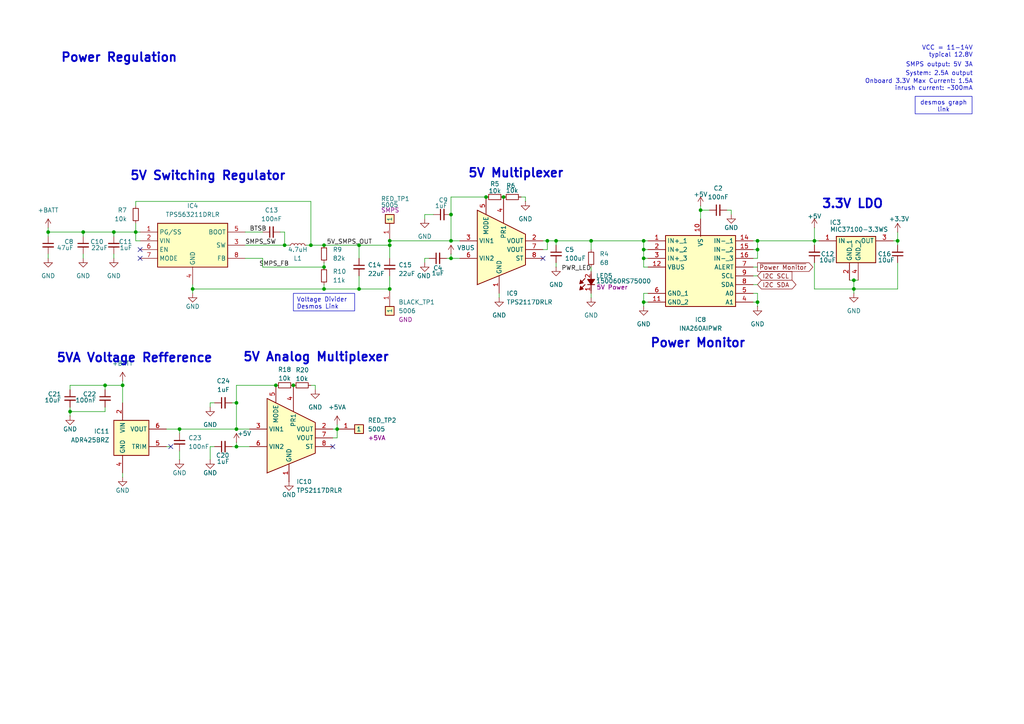
<source format=kicad_sch>
(kicad_sch (version 20250114) (generator "eeschema") (generator_version "9.0")
  (paper "A4")
  (lib_symbols
    (symbol "Device:C_Small" (pin_numbers (hide yes)) (pin_names (offset 0.254) (hide yes))
      (property "Reference" "C" (at 0.254 1.778 0))
      (property "Value" "C_Small" (at 0.254 -2.032 0))
      (symbol "C_Small_0_1"
        (polyline (pts (xy -1.524 0.508) (xy 1.524 0.508)) (stroke (width 0.3048)))
        (polyline (pts (xy -1.524 -0.508) (xy 1.524 -0.508)) (stroke (width 0.3302)))
      )
      (symbol "C_Small_1_1"
        (pin passive line (at 0 2.54 270) (length 2.032) (name "~") (number "1"))
        (pin passive line (at 0 -2.54 90) (length 2.032) (name "~") (number "2"))
      )
    )
    (symbol "Device:L_Small" (pin_numbers (hide yes)) (pin_names (offset 0.254) (hide yes))
      (property "Reference" "L" (at 0.762 1.016 0))
      (property "Value" "L_Small" (at 0.762 -1.016 0))
      (symbol "L_Small_0_1"
        (arc (start 0 2.032) (mid 0.5058 1.524) (end 0 1.016))
        (arc (start 0 1.016) (mid 0.5058 0.508) (end 0 0))
        (arc (start 0 0) (mid 0.5058 -0.508) (end 0 -1.016))
        (arc (start 0 -1.016) (mid 0.5058 -1.524) (end 0 -2.032))
      )
      (symbol "L_Small_1_1"
        (pin passive line (at 0 2.54 270) (length 0.508) (name "~") (number "1"))
        (pin passive line (at 0 -2.54 90) (length 0.508) (name "~") (number "2"))
      )
    )
    (symbol "Device:R_Small" (pin_numbers (hide yes)) (pin_names (offset 0.254) (hide yes))
      (property "Reference" "R" (at 0.762 0.508 0))
      (property "Value" "R_Small" (at 0.762 -1.016 0))
      (symbol "R_Small_0_1"
        (rectangle (start -0.762 1.778) (end 0.762 -1.778) (stroke (width 0.2032)))
      )
      (symbol "R_Small_1_1"
        (pin passive line (at 0 2.54 270) (length 0.762) (name "~") (number "1"))
        (pin passive line (at 0 -2.54 90) (length 0.762) (name "~") (number "2"))
      )
    )
    (symbol "Power_Management:TPS2117DRLR"
      (property "Reference" "IC" (at 4.826 11.43 0))
      (property "Value" "TPS2117DRLR" (at 4.826 9.398 0))
      (symbol "TPS2117DRLR_1_1"
        (polyline (pts (xy -5.08 -10.16) (xy 8.89 -4.445) (xy 8.89 4.445) (xy -5.08 11.43) (xy -5.08 -10.16)) (stroke (width 0.254)) (fill (type background)))
        (pin passive line (at -10.16 2.54 0) (length 5.08) (name "VIN1") (number "3"))
        (pin passive line (at -10.16 -2.54 0) (length 5.08) (name "VIN2") (number "6"))
        (pin passive line (at -2.54 15.24 270) (length 5.08) (name "MODE") (number "5"))
        (pin passive line (at 1.27 -12.7 90) (length 5.08) (name "GND") (number "1"))
        (pin passive line (at 2.54 15.24 270) (length 7.62) (name "PR1") (number "4"))
        (pin passive line (at 13.97 2.54 180) (length 5.08) (name "VOUT") (number "2"))
        (pin passive line (at 13.97 0 180) (length 5.08) (name "VOUT") (number "7"))
        (pin passive line (at 13.97 -2.54 180) (length 5.08) (name "ST") (number "8"))
      )
    )
    (symbol "SDM_LED:150060RS75000" (pin_names (hide yes))
      (property "Reference" "LED" (at 0 8.636 0))
      (property "Value" "150060RS75000" (at 0 6.604 0))
      (property "Measure" "Measure" (at 4.064 5.588 0))
      (symbol "150060RS75000_1_1"
        (polyline (pts (xy 0.762 0) (xy 3.302 0)) (stroke (width 0.254)))
        (polyline (pts (xy 2.032 3.048) (xy 1.27 2.286) (xy 1.016 3.302) (xy 2.032 3.048)) (stroke (width 0.254)) (fill (type outline)))
        (polyline (pts (xy 2.54 1.778) (xy 1.778 2.54)) (stroke (width 0.254)))
        (polyline (pts (xy 2.54 1.016) (xy 2.54 -1.016)) (stroke (width 0.254)))
        (polyline (pts (xy 2.54 0) (xy 4.064 1.016) (xy 4.064 -1.016) (xy 2.54 0)) (stroke (width 0.254)) (fill (type outline)))
        (polyline (pts (xy 3.048 0) (xy 5.588 0)) (stroke (width 0.254)))
        (polyline (pts (xy 3.81 3.048) (xy 3.048 2.286) (xy 2.794 3.302) (xy 3.81 3.048)) (stroke (width 0.254)) (fill (type outline)))
        (polyline (pts (xy 4.318 1.778) (xy 3.556 2.54)) (stroke (width 0.254)))
        (pin passive line (at 0 0 0) (length 2.54) (name "K") (number "1"))
        (pin passive line (at 6.35 0 180) (length 2.54) (name "A") (number "2"))
      )
    )
    (symbol "SDM_POWER_MANAGEMENT:ADR425BRZ"
      (property "Reference" "IC" (at 26.67 7.62 0))
      (property "Value" "ADR425BRZ" (at 26.67 5.08 0))
      (symbol "ADR425BRZ_1_1"
        (rectangle (start 5.08 2.54) (end 15.24 -7.62) (stroke (width 0.254)) (fill (type background)))
        (pin no_connect line (at 0 0 0) (length 5.08) (hide yes) (name "TP_1") (number "1"))
        (pin no_connect line (at 0 -5.08 0) (length 5.08) (hide yes) (name "NIC_1") (number "3"))
        (pin passive line (at 7.62 7.62 270) (length 5.08) (name "VIN") (number "2"))
        (pin passive line (at 7.62 -12.7 90) (length 5.08) (name "GND") (number "4"))
        (pin passive line (at 20.32 0 180) (length 5.08) (name "VOUT") (number "6"))
        (pin no_connect line (at 20.32 0 180) (length 5.08) (hide yes) (name "TP_2") (number "8"))
        (pin no_connect line (at 20.32 -2.54 180) (length 5.08) (hide yes) (name "NIC_2") (number "7"))
        (pin passive line (at 20.32 -5.08 180) (length 5.08) (name "TRIM") (number "5"))
      )
    )
    (symbol "SDM_SENSOR:INA260AIPWR"
      (property "Reference" "IC" (at 26.67 7.62 0))
      (property "Value" "INA260AIPWR" (at 26.67 5.08 0))
      (symbol "INA260AIPWR_1_1"
        (rectangle (start 5.08 1.524) (end 25.4 -19.05) (stroke (width 0.254)) (fill (type background)))
        (pin passive line (at 0 0 0) (length 5.08) (name "IN+_1") (number "1"))
        (pin passive line (at 0 -2.54 0) (length 5.08) (name "IN+_2") (number "2"))
        (pin passive line (at 0 -5.08 0) (length 5.08) (name "IN+_3") (number "3"))
        (pin passive line (at 0 -7.62 0) (length 5.08) (name "VBUS") (number "12"))
        (pin passive line (at 0 -15.24 0) (length 5.08) (name "GND_1") (number "6"))
        (pin passive line (at 0 -17.78 0) (length 5.08) (name "GND_2") (number "11"))
        (pin passive line (at 15.24 6.35 270) (length 5.08) (name "VS") (number "10"))
        (pin passive line (at 30.48 0 180) (length 5.08) (name "IN-_1") (number "14"))
        (pin passive line (at 30.48 -2.54 180) (length 5.08) (name "IN-_2") (number "15"))
        (pin passive line (at 30.48 -5.08 180) (length 5.08) (name "IN-_3") (number "16"))
        (pin passive line (at 30.48 -7.62 180) (length 5.08) (name "ALERT") (number "7"))
        (pin passive line (at 30.48 -10.16 180) (length 5.08) (name "SCL") (number "9"))
        (pin passive line (at 30.48 -12.7 180) (length 5.08) (name "SDA") (number "8"))
        (pin passive line (at 30.48 -15.24 180) (length 5.08) (name "A0") (number "5"))
        (pin passive line (at 30.48 -17.78 180) (length 5.08) (name "A1") (number "4"))
        (pin no_connect line (at 48.26 -6.35 180) (length 5.08) (hide yes) (name "NC") (number "13"))
      )
    )
    (symbol "SDM_TESTPOINT:5005"
      (property "Reference" "RED_TP" (at 16.51 7.62 0))
      (property "Value" "5005" (at 16.51 5.08 0))
      (property "Measure" "Measure" (at 20.574 2.54 0))
      (symbol "5005_1_1"
        (rectangle (start 5.08 1.27) (end 7.62 -1.27) (stroke (width 0.254)) (fill (type background)))
        (pin passive line (at 0 0 0) (length 5.08) (name "1") (number "1"))
      )
    )
    (symbol "SDM_TESTPOINT:5006"
      (property "Reference" "BLACK_TP" (at 16.51 7.62 0))
      (property "Value" "5006" (at 16.51 5.08 0))
      (property "Measure" "Measure" (at 20.574 2.54 0))
      (symbol "5006_1_1"
        (rectangle (start 5.08 1.27) (end 7.62 -1.27) (stroke (width 0.254)) (fill (type background)))
        (pin passive line (at 0 0 0) (length 5.08) (name "1") (number "1"))
      )
    )
    (symbol "SDM_VOLTAGE_REGULATORS:MIC37100-3.3WS"
      (property "Reference" "IC" (at 26.67 7.62 0))
      (property "Value" "MIC37100-3.3WS" (at 26.67 5.08 0))
      (symbol "MIC37100-3.3WS_1_1"
        (rectangle (start 5.08 2.54) (end 16.51 -5.08) (stroke (width 0.254)) (fill (type background)))
        (pin passive line (at 0 1.27 0) (length 5.08) (name "IN") (number "1"))
        (pin passive line (at 8.89 -10.16 90) (length 5.08) (name "GND_1") (number "2"))
        (pin passive line (at 11.43 -10.16 90) (length 5.08) (name "GND_2") (number "4"))
        (pin passive line (at 21.59 1.27 180) (length 5.08) (name "OUT") (number "3"))
      )
    )
    (symbol "SDM_VOLTAGE_REGULATORS:TPS563211DRLR"
      (property "Reference" "IC" (at 26.67 7.62 0))
      (property "Value" "TPS563211DRLR" (at 26.67 5.08 0))
      (symbol "TPS563211DRLR_1_1"
        (rectangle (start 5.08 2.54) (end 25.4 -10.16) (stroke (width 0.254)) (fill (type background)))
        (pin passive line (at 0 0 0) (length 5.08) (name "PG/SS") (number "1"))
        (pin passive line (at 0 -2.54 0) (length 5.08) (name "VIN") (number "2"))
        (pin passive line (at 0 -5.08 0) (length 5.08) (name "EN") (number "6"))
        (pin passive line (at 0 -7.62 0) (length 5.08) (name "MODE") (number "7"))
        (pin passive line (at 15.24 -15.24 90) (length 5.08) (name "GND") (number "4"))
        (pin passive line (at 30.48 0 180) (length 5.08) (name "BOOT") (number "5"))
        (pin passive line (at 30.48 -3.81 180) (length 5.08) (name "SW") (number "3"))
        (pin passive line (at 30.48 -7.62 180) (length 5.08) (name "FB") (number "8"))
      )
    )
    (symbol "power:+3.3V" (power) (pin_numbers (hide yes)) (pin_names (offset 0) (hide yes))
      (property "Value" "+3.3V" (at 0 3.556 0))
      (symbol "+3.3V_0_1"
        (polyline (pts (xy -0.762 1.27) (xy 0 2.54)))
        (polyline (pts (xy 0 2.54) (xy 0.762 1.27)))
        (polyline (pts (xy 0 0) (xy 0 2.54)))
      )
      (symbol "+3.3V_1_1"
        (pin power_in line (at 0 0 90) (length 0) (name "~") (number "1"))
      )
    )
    (symbol "power:+5V" (power) (pin_numbers (hide yes)) (pin_names (offset 0) (hide yes))
      (property "Value" "+5V" (at 0 3.556 0))
      (symbol "+5V_0_1"
        (polyline (pts (xy -0.762 1.27) (xy 0 2.54)))
        (polyline (pts (xy 0 2.54) (xy 0.762 1.27)))
        (polyline (pts (xy 0 0) (xy 0 2.54)))
      )
      (symbol "+5V_1_1"
        (pin power_in line (at 0 0 90) (length 0) (name "~") (number "1"))
      )
    )
    (symbol "power:+5VA" (power) (pin_names (offset 0))
      (property "Value" "+5VA" (at 0 3.556 0))
      (symbol "+5VA_0_1"
        (polyline (pts (xy -0.762 1.27) (xy 0 2.54)))
        (polyline (pts (xy 0 2.54) (xy 0.762 1.27)))
        (polyline (pts (xy 0 0) (xy 0 2.54)))
      )
      (symbol "+5VA_1_1"
        (pin power_in line (at 0 0 90) (length 0) (hide yes) (name "+5VA") (number "1"))
      )
    )
    (symbol "power:+BATT" (power) (pin_numbers (hide yes)) (pin_names (offset 0) (hide yes))
      (property "Value" "+BATT" (at 0 3.556 0))
      (symbol "+BATT_0_1"
        (polyline (pts (xy -0.762 1.27) (xy 0 2.54)))
        (polyline (pts (xy 0 2.54) (xy 0.762 1.27)))
        (polyline (pts (xy 0 0) (xy 0 2.54)))
      )
      (symbol "+BATT_1_1"
        (pin power_in line (at 0 0 90) (length 0) (name "~") (number "1"))
      )
    )
    (symbol "power:GND" (power) (pin_numbers (hide yes)) (pin_names (offset 0) (hide yes))
      (property "Value" "GND" (at 0 -3.81 0))
      (symbol "GND_0_1"
        (polyline (pts (xy 0 0) (xy 0 -1.27) (xy 1.27 -1.27) (xy 0 -2.54) (xy -1.27 -1.27) (xy 0 -1.27)))
      )
      (symbol "GND_1_1"
        (pin power_in line (at 0 0 270) (length 0) (name "~") (number "1"))
      )
    )
    (symbol "power:VBUS" (power) (pin_numbers (hide yes)) (pin_names (offset 0) (hide yes))
      (property "Value" "VBUS" (at 0 3.556 0))
      (symbol "VBUS_0_1"
        (polyline (pts (xy -0.762 1.27) (xy 0 2.54)))
        (polyline (pts (xy 0 2.54) (xy 0.762 1.27)))
        (polyline (pts (xy 0 0) (xy 0 2.54)))
      )
      (symbol "VBUS_1_1"
        (pin power_in line (at 0 0 90) (length 0) (name "~") (number "1"))
      )
    )
  )
  (text "5V Switching Regulator" (at 37.592 52.578 0) (effects (font (size 2.54 2.54) (thickness 0.512) (bold yes)) (justify left bottom)))
  (text "Onboard 3.3V Max Current: 1.5A" (at 282.194 24.384 0) (effects (font (size 1.27 1.27)) (justify right bottom)))
  (text "System: 2.5A output" (at 282.194 22.098 0) (effects (font (size 1.27 1.27)) (justify right bottom)))
  (text "5VA Voltage Refference " (at 16.256 105.41 0) (effects (font (size 2.54 2.54) (thickness 0.512) (bold yes)) (justify left bottom)))
  (text "Power Monitor" (at 188.468 101.092 0) (effects (font (size 2.54 2.54) (thickness 0.512) (bold yes)) (justify left bottom)))
  (text "SMPS output: 5V 3A" (at 282.194 19.558 0) (effects (font (size 1.27 1.27)) (justify right bottom)))
  (text "5V Multiplexer" (at 135.636 51.816 0) (effects (font (size 2.54 2.54) (thickness 0.512) (bold yes)) (justify left bottom)))
  (text "Power Regulation" (at 17.526 18.288 0) (effects (font (size 2.54 2.54) (thickness 0.512) (bold yes)) (justify left bottom)))
  (text "3.3V LDO" (at 238.252 60.706 0) (effects (font (size 2.54 2.54) (thickness 0.512) (bold yes)) (justify left bottom)))
  (text "VCC = 11-14V\ntypical 12.8V" (at 282.194 16.764 0) (effects (font (size 1.27 1.27)) (justify right bottom)))
  (text "5V Analog Multiplexer" (at 70.358 105.156 0) (effects (font (size 2.54 2.54) (thickness 0.512) (bold yes)) (justify left bottom)))
  (text "inrush current: ~300mA" (at 282.194 26.416 0) (effects (font (size 1.27 1.27)) (justify right bottom)))
  (text_box "desmos graph link" (at 265.43 27.94 0) (size 16.51 5.08) (margins 0.9525 0.9525 0.9525 0.9525) (effects (font (size 1.27 1.27)) (justify top)))
  (text_box "Voltage Divider Desmos Link" (at 85.09 85.09 0) (size 17.78 5.08) (margins 0.9525 0.9525 0.9525 0.9525) (effects (font (size 1.27 1.27)) (justify left top)))
  (junction (at 13.97 67.31))
  (junction (at 80.01 111.76))
  (junction (at 113.03 69.85))
  (junction (at 93.98 83.82))
  (junction (at 52.07 124.46))
  (junction (at 247.65 81.28))
  (junction (at 20.32 119.38))
  (junction (at 219.71 72.39))
  (junction (at 146.05 57.15))
  (junction (at 186.69 74.93))
  (junction (at 219.71 87.63))
  (junction (at 39.37 67.31))
  (junction (at 140.97 57.15))
  (junction (at 247.65 83.82))
  (junction (at 33.02 67.31))
  (junction (at 68.58 124.46))
  (junction (at 113.03 71.12))
  (junction (at 161.29 69.85))
  (junction (at 30.48 111.76))
  (junction (at 186.69 87.63))
  (junction (at 85.09 111.76))
  (junction (at 130.81 62.23))
  (junction (at 130.81 69.85))
  (junction (at 68.58 116.84))
  (junction (at 82.55 71.12))
  (junction (at 97.79 124.46))
  (junction (at 130.81 74.93))
  (junction (at 104.14 83.82))
  (junction (at 104.14 71.12))
  (junction (at 35.56 111.76))
  (junction (at 260.35 69.85))
  (junction (at 93.98 71.12))
  (junction (at 24.13 67.31))
  (junction (at 55.88 83.82))
  (junction (at 236.22 69.85))
  (junction (at 68.58 129.54))
  (junction (at 186.69 69.85))
  (junction (at 93.98 77.47))
  (junction (at 90.17 71.12))
  (junction (at 186.69 72.39))
  (junction (at 203.2 60.96))
  (junction (at 113.03 83.82))
  (junction (at 219.71 69.85))
  (junction (at 158.75 69.85))
  (junction (at 171.45 69.85))
  (no_connect (at 40.64 72.39))
  (no_connect (at 49.53 129.54))
  (no_connect (at 96.52 129.54))
  (no_connect (at 157.48 74.93))
  (no_connect (at 40.64 74.93))
  (wire (pts (xy 203.2 59.69) (xy 203.2 60.96)))
  (wire (pts (xy 152.4 57.15) (xy 151.13 57.15)))
  (wire (pts (xy 97.79 127) (xy 97.79 124.46)))
  (wire (pts (xy 49.53 129.54) (xy 48.26 129.54)))
  (wire (pts (xy 68.58 129.54) (xy 72.39 129.54)))
  (wire (pts (xy 123.19 76.2) (xy 123.19 74.93)))
  (wire (pts (xy 71.12 71.12) (xy 82.55 71.12)))
  (wire (pts (xy 33.02 73.66) (xy 33.02 74.93)))
  (wire (pts (xy 247.65 83.82) (xy 260.35 83.82)))
  (wire (pts (xy 52.07 130.81) (xy 52.07 133.35)))
  (wire (pts (xy 186.69 69.85) (xy 187.96 69.85)))
  (wire (pts (xy 35.56 137.16) (xy 35.56 138.43)))
  (wire (pts (xy 186.69 74.93) (xy 187.96 74.93)))
  (wire (pts (xy 157.48 72.39) (xy 158.75 72.39)))
  (wire (pts (xy 90.17 71.12) (xy 93.98 71.12)))
  (wire (pts (xy 247.65 81.28) (xy 248.92 81.28)))
  (wire (pts (xy 104.14 71.12) (xy 104.14 74.93)))
  (wire (pts (xy 20.32 118.11) (xy 20.32 119.38)))
  (wire (pts (xy 55.88 83.82) (xy 93.98 83.82)))
  (wire (pts (xy 35.56 110.49) (xy 35.56 111.76)))
  (wire (pts (xy 82.55 67.31) (xy 82.55 71.12)))
  (wire (pts (xy 93.98 82.55) (xy 93.98 83.82)))
  (wire (pts (xy 13.97 66.04) (xy 13.97 67.31)))
  (wire (pts (xy 129.54 74.93) (xy 130.81 74.93)))
  (wire (pts (xy 130.81 69.85) (xy 133.35 69.85)))
  (wire (pts (xy 20.32 111.76) (xy 30.48 111.76)))
  (wire (pts (xy 104.14 83.82) (xy 113.03 83.82)))
  (wire (pts (xy 236.22 83.82) (xy 247.65 83.82)))
  (wire (pts (xy 76.2 77.47) (xy 76.2 74.93)))
  (wire (pts (xy 33.02 67.31) (xy 33.02 68.58)))
  (wire (pts (xy 39.37 58.42) (xy 90.17 58.42)))
  (wire (pts (xy 247.65 83.82) (xy 247.65 85.09)))
  (wire (pts (xy 60.96 129.54) (xy 62.23 129.54)))
  (wire (pts (xy 68.58 116.84) (xy 68.58 111.76)))
  (wire (pts (xy 24.13 73.66) (xy 24.13 74.93)))
  (wire (pts (xy 186.69 74.93) (xy 186.69 77.47)))
  (wire (pts (xy 219.71 74.93) (xy 219.71 72.39)))
  (wire (pts (xy 71.12 67.31) (xy 76.2 67.31)))
  (wire (pts (xy 93.98 83.82) (xy 104.14 83.82)))
  (wire (pts (xy 20.32 119.38) (xy 20.32 120.65)))
  (wire (pts (xy 68.58 124.46) (xy 72.39 124.46)))
  (wire (pts (xy 96.52 127) (xy 97.79 127)))
  (wire (pts (xy 90.17 58.42) (xy 90.17 71.12)))
  (wire (pts (xy 218.44 87.63) (xy 219.71 87.63)))
  (wire (pts (xy 210.82 60.96) (xy 212.09 60.96)))
  (wire (pts (xy 218.44 82.55) (xy 219.71 82.55)))
  (wire (pts (xy 113.03 71.12) (xy 113.03 69.85)))
  (wire (pts (xy 113.03 69.85) (xy 130.81 69.85)))
  (wire (pts (xy 30.48 119.38) (xy 20.32 119.38)))
  (wire (pts (xy 123.19 62.23) (xy 125.73 62.23)))
  (wire (pts (xy 60.96 116.84) (xy 60.96 118.11)))
  (wire (pts (xy 186.69 77.47) (xy 187.96 77.47)))
  (wire (pts (xy 186.69 72.39) (xy 186.69 74.93)))
  (wire (pts (xy 39.37 69.85) (xy 40.64 69.85)))
  (wire (pts (xy 171.45 77.47) (xy 171.45 78.74)))
  (wire (pts (xy 60.96 133.35) (xy 60.96 129.54)))
  (wire (pts (xy 30.48 111.76) (xy 35.56 111.76)))
  (wire (pts (xy 91.44 111.76) (xy 90.17 111.76)))
  (wire (pts (xy 91.44 113.03) (xy 91.44 111.76)))
  (wire (pts (xy 186.69 87.63) (xy 187.96 87.63)))
  (wire (pts (xy 219.71 87.63) (xy 219.71 88.9)))
  (wire (pts (xy 39.37 64.77) (xy 39.37 67.31)))
  (wire (pts (xy 186.69 72.39) (xy 187.96 72.39)))
  (wire (pts (xy 218.44 80.01) (xy 219.71 80.01)))
  (wire (pts (xy 186.69 69.85) (xy 186.69 72.39)))
  (wire (pts (xy 247.65 81.28) (xy 247.65 83.82)))
  (wire (pts (xy 186.69 87.63) (xy 186.69 85.09)))
  (wire (pts (xy 218.44 74.93) (xy 219.71 74.93)))
  (wire (pts (xy 52.07 124.46) (xy 68.58 124.46)))
  (wire (pts (xy 219.71 72.39) (xy 219.71 69.85)))
  (wire (pts (xy 246.38 81.28) (xy 247.65 81.28)))
  (wire (pts (xy 24.13 67.31) (xy 24.13 68.58)))
  (wire (pts (xy 260.35 69.85) (xy 260.35 71.12)))
  (wire (pts (xy 186.69 85.09) (xy 187.96 85.09)))
  (wire (pts (xy 236.22 66.04) (xy 236.22 69.85)))
  (wire (pts (xy 104.14 80.01) (xy 104.14 83.82)))
  (wire (pts (xy 30.48 118.11) (xy 30.48 119.38)))
  (wire (pts (xy 219.71 69.85) (xy 236.22 69.85)))
  (wire (pts (xy 68.58 128.27) (xy 68.58 129.54)))
  (wire (pts (xy 104.14 71.12) (xy 113.03 71.12)))
  (wire (pts (xy 219.71 85.09) (xy 219.71 87.63)))
  (wire (pts (xy 218.44 69.85) (xy 219.71 69.85)))
  (wire (pts (xy 39.37 58.42) (xy 39.37 59.69)))
  (wire (pts (xy 123.19 63.5) (xy 123.19 62.23)))
  (wire (pts (xy 130.81 74.93) (xy 133.35 74.93)))
  (wire (pts (xy 161.29 76.2) (xy 161.29 77.47)))
  (wire (pts (xy 212.09 60.96) (xy 212.09 62.23)))
  (wire (pts (xy 30.48 113.03) (xy 30.48 111.76)))
  (wire (pts (xy 171.45 85.09) (xy 171.45 86.36)))
  (wire (pts (xy 236.22 83.82) (xy 236.22 76.2)))
  (wire (pts (xy 35.56 111.76) (xy 35.56 116.84)))
  (wire (pts (xy 55.88 83.82) (xy 55.88 82.55)))
  (wire (pts (xy 130.81 74.93) (xy 130.81 73.66)))
  (wire (pts (xy 20.32 113.03) (xy 20.32 111.76)))
  (wire (pts (xy 76.2 74.93) (xy 71.12 74.93)))
  (wire (pts (xy 260.35 69.85) (xy 260.35 67.31)))
  (wire (pts (xy 203.2 60.96) (xy 205.74 60.96)))
  (wire (pts (xy 113.03 71.12) (xy 113.03 74.93)))
  (wire (pts (xy 158.75 69.85) (xy 161.29 69.85)))
  (wire (pts (xy 93.98 76.2) (xy 93.98 77.47)))
  (wire (pts (xy 52.07 124.46) (xy 52.07 125.73)))
  (wire (pts (xy 39.37 67.31) (xy 39.37 69.85)))
  (wire (pts (xy 144.78 85.09) (xy 144.78 86.36)))
  (wire (pts (xy 218.44 85.09) (xy 219.71 85.09)))
  (wire (pts (xy 67.31 116.84) (xy 68.58 116.84)))
  (wire (pts (xy 186.69 88.9) (xy 186.69 87.63)))
  (wire (pts (xy 161.29 69.85) (xy 161.29 71.12)))
  (wire (pts (xy 218.44 77.47) (xy 219.71 77.47)))
  (wire (pts (xy 68.58 116.84) (xy 68.58 124.46)))
  (wire (pts (xy 171.45 69.85) (xy 186.69 69.85)))
  (wire (pts (xy 260.35 76.2) (xy 260.35 83.82)))
  (wire (pts (xy 161.29 69.85) (xy 171.45 69.85)))
  (wire (pts (xy 13.97 73.66) (xy 13.97 74.93)))
  (wire (pts (xy 96.52 124.46) (xy 97.79 124.46)))
  (wire (pts (xy 158.75 72.39) (xy 158.75 69.85)))
  (wire (pts (xy 152.4 58.42) (xy 152.4 57.15)))
  (wire (pts (xy 236.22 69.85) (xy 236.22 71.12)))
  (wire (pts (xy 157.48 69.85) (xy 158.75 69.85)))
  (wire (pts (xy 24.13 67.31) (xy 33.02 67.31)))
  (wire (pts (xy 171.45 69.85) (xy 171.45 72.39)))
  (wire (pts (xy 33.02 67.31) (xy 39.37 67.31)))
  (wire (pts (xy 68.58 111.76) (xy 80.01 111.76)))
  (wire (pts (xy 48.26 124.46) (xy 52.07 124.46)))
  (wire (pts (xy 123.19 74.93) (xy 124.46 74.93)))
  (wire (pts (xy 93.98 77.47) (xy 76.2 77.47)))
  (wire (pts (xy 203.2 60.96) (xy 203.2 63.5)))
  (wire (pts (xy 113.03 80.01) (xy 113.03 83.82)))
  (wire (pts (xy 218.44 72.39) (xy 219.71 72.39)))
  (wire (pts (xy 130.81 57.15) (xy 140.97 57.15)))
  (wire (pts (xy 40.64 67.31) (xy 39.37 67.31)))
  (wire (pts (xy 97.79 124.46) (xy 97.79 123.19)))
  (wire (pts (xy 130.81 62.23) (xy 130.81 69.85)))
  (wire (pts (xy 82.55 71.12) (xy 83.82 71.12)))
  (wire (pts (xy 82.55 67.31) (xy 81.28 67.31)))
  (wire (pts (xy 236.22 69.85) (xy 237.49 69.85)))
  (wire (pts (xy 13.97 67.31) (xy 24.13 67.31)))
  (wire (pts (xy 130.81 62.23) (xy 130.81 57.15)))
  (wire (pts (xy 13.97 67.31) (xy 13.97 68.58)))
  (wire (pts (xy 260.35 69.85) (xy 259.08 69.85)))
  (wire (pts (xy 93.98 71.12) (xy 104.14 71.12)))
  (wire (pts (xy 67.31 129.54) (xy 68.58 129.54)))
  (wire (pts (xy 60.96 116.84) (xy 62.23 116.84)))
  (wire (pts (xy 55.88 85.09) (xy 55.88 83.82)))
  (wire (pts (xy 88.9 71.12) (xy 90.17 71.12)))
  (label "SMPS_FB" (at 83.82 77.47 180))
  (label "BTSB" (at 72.39 67.31 0))
  (label "5V_SMPS_OUT" (at 107.95 71.12 180))
  (label "SMPS_SW" (at 71.12 71.12 0))
  (label "PWR_LED" (at 171.45 78.74 180))
  (global_label "~{Power Monitor}" (shape output) (at 219.71 77.47 0) (property "Intersheetrefs" "${INTERSHEET_REFS}" (effects (hide yes))))
  (global_label "I2C SCL" (shape input) (at 219.71 80.01 0) (property "Intersheetrefs" "${INTERSHEET_REFS}" (effects (hide yes))))
  (global_label "I2C SDA" (shape bidirectional) (at 219.71 82.55 0) (property "Intersheetrefs" "${INTERSHEET_REFS}" (effects (hide yes))))
  (symbol (lib_id "power:GND") (at 60.96 118.11 0) (unit 1)
    (property "Reference" "#PWR097" (effects (hide yes)))
    (property "Value" "GND" (at 60.96 123.19 0))
    (property "Description" "Power symbol creates a global label with name \"GND\" , ground" (effects (hide yes)))
  )
  (symbol (lib_id "power:GND") (at 123.19 63.5 0) (unit 1)
    (property "Reference" "#PWR095" (effects (hide yes)))
    (property "Value" "GND" (at 123.19 68.58 0))
    (property "Description" "Power symbol creates a global label with name \"GND\" , ground" (effects (hide yes)))
  )
  (symbol (lib_id "power:+5V") (at 236.22 66.04 0) (unit 1)
    (property "Reference" "#PWR09" (effects (hide yes)))
    (property "Value" "+5V" (at 236.22 62.738 0))
    (property "Description" "Power symbol creates a global label with name \"+5V\"" (effects (hide yes)))
  )
  (symbol (lib_id "power:GND") (at 20.32 120.65 0) (unit 1)
    (property "Reference" "#PWR035" (effects (hide yes)))
    (property "Value" "GND" (at 20.32 124.46 0))
  )
  (symbol (lib_id "Device:C_Small") (at 208.28 60.96 90) (unit 1)
    (property "Reference" "C2" (at 208.2863 54.61 90))
    (property "Value" "100nF" (at 208.2863 57.15 90))
    (property "Footprint" "Capacitor_SMD:C_0603_1608Metric" (effects (hide yes)))
  )
  (symbol (lib_id "power:GND") (at 161.29 77.47 0) (unit 1)
    (property "Reference" "#PWR087" (effects (hide yes)))
    (property "Value" "GND" (at 161.29 82.55 0))
    (property "Description" "Power symbol creates a global label with name \"GND\" , ground" (effects (hide yes)))
  )
  (symbol (lib_id "Device:R_Small") (at 82.55 111.76 90) (mirror x) (unit 1)
    (property "Reference" "R18" (at 82.55 107.188 90))
    (property "Value" "10k" (at 82.55 109.728 90))
    (property "Footprint" "Resistor_SMD:R_0603_1608Metric" (effects (hide yes)))
  )
  (symbol (lib_id "power:GND") (at 186.69 88.9 0) (unit 1)
    (property "Reference" "#PWR030" (effects (hide yes)))
    (property "Value" "GND" (at 186.69 93.98 0))
    (property "Description" "Power symbol creates a global label with name \"GND\" , ground" (effects (hide yes)))
  )
  (symbol (lib_id "SDM_VOLTAGE_REGULATORS:TPS563211DRLR") (at 40.64 67.31 0) (unit 1)
    (property "Reference" "IC4" (at 55.88 59.69 0))
    (property "Value" "TPS563211DRLR" (at 55.88 62.23 0))
    (property "Footprint" "SDM_MiscFootprint:SOTFL50P160X60-8N" (effects (hide yes)))
    (property "Datasheet" "https://www.ti.com/lit/ds/symlink/tps563211.pdf?ts=1645757213422" (effects (hide yes)))
    (property "Description" "Switching Voltage Regulators 4.2-V to 18-V, 3-A, synchronous buck converter with 1% accuracy, PG/SS and PFM/forced-PWM in SOT583" (effects (hide yes)))
    (property "Height" "0.6" (effects (hide yes)))
    (property "Mouser Part Number" "595-TPS563211DRLR" (effects (hide yes)))
    (property "Mouser Price/Stock" "https://www.mouser.co.uk/ProductDetail/Texas-Instruments/TPS563211DRLR?qs=QNEnbhJQKvZPf9yhsNn8pg%3D%3D" (effects (hide yes)))
    (property "Manufacturer_Name" "Texas Instruments" (effects (hide yes)))
    (property "Manufacturer_Part_Number" "TPS563211DRLR" (effects (hide yes)))
  )
  (symbol (lib_id "SDM_VOLTAGE_REGULATORS:MIC37100-3.3WS") (at 237.49 71.12 0) (unit 1)
    (property "Reference" "IC3" (at 242.316 64.516 0))
    (property "Value" "MIC37100-3.3WS" (at 249.174 66.548 0))
    (property "Footprint" "SDM_MiscFootprint:SOT230P700X180-4N" (effects (hide yes)))
    (property "Datasheet" "https://datasheet.datasheetarchive.com/originals/dk/DKDS-15/281099.pdf" (effects (hide yes)))
    (property "Description" "LDO Voltage Regulators 1.0A Low Voltage uCap LDO Regulator" (effects (hide yes)))
    (property "Height" "1.8" (effects (hide yes)))
    (property "Mouser Part Number" "998-MIC37100-3.3WS" (effects (hide yes)))
    (property "Mouser Price/Stock" "https://www.mouser.co.uk/ProductDetail/Microchip-Technology/MIC37100-3.3WS?qs=kh6iOki%2FeLGN%252BjivEzt6Eg%3D%3D" (effects (hide yes)))
    (property "Manufacturer_Name" "Microchip" (effects (hide yes)))
    (property "Manufacturer_Part_Number" "MIC37100-3.3WS" (effects (hide yes)))
  )
  (symbol (lib_id "power:+BATT") (at 35.56 110.49 0) (unit 1)
    (property "Reference" "#PWR010" (effects (hide yes)))
    (property "Value" "+BATT" (at 35.56 105.41 0))
    (property "Description" "Power symbol creates a global label with name \"+BATT\"" (effects (hide yes)))
  )
  (symbol (lib_id "power:GND") (at 219.71 88.9 0) (unit 1)
    (property "Reference" "#PWR011" (effects (hide yes)))
    (property "Value" "GND" (at 219.71 93.98 0))
    (property "Description" "Power symbol creates a global label with name \"GND\" , ground" (effects (hide yes)))
  )
  (symbol (lib_id "power:GND") (at 152.4 58.42 0) (unit 1)
    (property "Reference" "#PWR086" (effects (hide yes)))
    (property "Value" "GND" (at 152.4 63.5 0))
    (property "Description" "Power symbol creates a global label with name \"GND\" , ground" (effects (hide yes)))
  )
  (symbol (lib_id "SDM_SENSOR:INA260AIPWR") (at 187.96 69.85 0) (unit 1)
    (property "Reference" "IC8" (at 203.2 92.71 0))
    (property "Value" "INA260AIPWR" (at 203.2 95.25 0))
    (property "Footprint" "SOP65P640X120-16L" (effects (hide yes)))
    (property "Datasheet" "http://www.ti.com/lit/gpn/INA260" (effects (hide yes)))
    (property "Description" "36V, Bi-Dir, High Accuracy, Low-/High-Side, I2C Current/Pwr Monitor w/Integrated 2m Shunt Resistor" (effects (hide yes)))
    (property "Height" "1.2" (effects (hide yes)))
    (property "Mouser Part Number" "595-INA260AIPWR" (effects (hide yes)))
    (property "Mouser Price/Stock" "https://www.mouser.co.uk/ProductDetail/Texas-Instruments/INA260AIPWR?qs=vcbl%252BK4rRldNzXQDYx03SQ%3D%3D" (effects (hide yes)))
    (property "Manufacturer_Name" "Texas Instruments" (effects (hide yes)))
    (property "Manufacturer_Part_Number" "INA260AIPWR" (effects (hide yes)))
  )
  (symbol (lib_id "power:VBUS") (at 130.81 73.66 0) (unit 1)
    (property "Reference" "#PWR07" (effects (hide yes)))
    (property "Value" "VBUS" (at 135.128 71.882 0))
    (property "Description" "Power symbol creates a global label with name \"VBUS\"" (effects (hide yes)))
  )
  (symbol (lib_id "power:GND") (at 35.56 138.43 0) (unit 1)
    (property "Reference" "#PWR044" (effects (hide yes)))
    (property "Value" "GND" (at 35.56 142.24 0))
  )
  (symbol (lib_id "Device:R_Small") (at 39.37 62.23 0) (mirror x) (unit 1)
    (property "Reference" "R7" (at 36.83 60.9599 0) (effects (justify right)))
    (property "Value" "10k" (at 36.83 63.4999 0) (effects (justify right)))
    (property "Footprint" "Resistor_SMD:R_0603_1608Metric" (effects (hide yes)))
  )
  (symbol (lib_id "power:GND") (at 171.45 86.36 0) (unit 1)
    (property "Reference" "#PWR017" (effects (hide yes)))
    (property "Value" "GND" (at 171.45 91.44 0))
    (property "Description" "Power symbol creates a global label with name \"GND\" , ground" (effects (hide yes)))
  )
  (symbol (lib_id "Device:R_Small") (at 87.63 111.76 90) (unit 1)
    (property "Reference" "R20" (at 85.725 107.315 90) (effects (justify right)))
    (property "Value" "10k" (at 85.725 109.855 90) (effects (justify right)))
    (property "Footprint" "Resistor_SMD:R_0603_1608Metric" (effects (hide yes)))
  )
  (symbol (lib_id "Device:C_Small") (at 52.07 128.27 0) (unit 1)
    (property "Reference" "C23" (at 54.61 127.0062 0) (effects (justify left)))
    (property "Value" "100nF" (at 54.61 129.5462 0) (effects (justify left)))
    (property "Footprint" "Capacitor_SMD:C_0603_1608Metric" (effects (hide yes)))
  )
  (symbol (lib_id "Power_Management:TPS2117DRLR") (at 143.51 72.39 0) (unit 1)
    (property "Reference" "IC9" (at 146.9233 85.09 0) (effects (justify left)))
    (property "Value" "TPS2117DRLR" (at 146.9233 87.63 0) (effects (justify left)))
    (property "Footprint" "SDM_MiscFootprint:SOTFL50P160X60-8L" (effects (hide yes)))
    (property "Datasheet" "https://www.ti.com/lit/gpn/tps2117" (effects (hide yes)))
    (property "Height" "0.6" (effects (hide yes)))
    (property "Mouser Part Number" "595-TPS2117DRLR" (effects (hide yes)))
    (property "Mouser Price/Stock" "https://mou.sr/4pjVpYm" (effects (hide yes)))
    (property "Manufacturer_Name" "Texas Instruments" (effects (hide yes)))
    (property "Manufacturer_Part_Number" "TPS2117DRLR" (effects (hide yes)))
  )
  (symbol (lib_id "Device:L_Small") (at 86.36 71.12 270) (mirror x) (unit 1)
    (property "Reference" "L1" (at 86.36 74.93 90))
    (property "Value" "4.7uH" (at 86.36 72.39 90))
    (property "Footprint" "Inductor_SMD:L_Bourns_SRP7028A_7.3x6.6mm" (effects (hide yes)))
  )
  (symbol (lib_id "Device:R_Small") (at 171.45 74.93 0) (mirror y) (unit 1)
    (property "Reference" "R4" (at 175.26 73.66 0))
    (property "Value" "68" (at 175.26 76.2 0))
    (property "Footprint" "Resistor_SMD:R_0603_1608Metric" (effects (hide yes)))
  )
  (symbol (lib_id "Device:C_Small") (at 104.14 77.47 0) (unit 1)
    (property "Reference" "C14" (at 106.68 76.8413 0) (effects (justify left)))
    (property "Value" "22uF" (at 106.68 79.3813 0) (effects (justify left)))
    (property "Footprint" "Capacitor_SMD:C_0603_1608Metric" (effects (hide yes)))
  )
  (symbol (lib_id "power:+5V") (at 68.58 128.27 0) (unit 1)
    (property "Reference" "#PWR029" (effects (hide yes)))
    (property "Value" "+5V" (at 70.866 125.73 0))
  )
  (symbol (lib_id "power:GND") (at 247.65 85.09 0) (unit 1)
    (property "Reference" "#PWR021" (effects (hide yes)))
    (property "Value" "GND" (at 247.65 90.17 0))
    (property "Description" "Power symbol creates a global label with name \"GND\" , ground" (effects (hide yes)))
  )
  (symbol (lib_id "Device:C_Small") (at 260.35 73.66 180) (unit 1)
    (property "Reference" "C16" (at 256.54 73.66 0))
    (property "Value" "10uF" (at 257.048 75.438 0))
    (property "Footprint" "Capacitor_SMD:C_0603_1608Metric" (effects (hide yes)))
  )
  (symbol (lib_id "power:GND") (at 24.13 74.93 0) (unit 1)
    (property "Reference" "#PWR037" (effects (hide yes)))
    (property "Value" "GND" (at 24.13 80.01 0))
    (property "Description" "Power symbol creates a global label with name \"GND\" , ground" (effects (hide yes)))
  )
  (symbol (lib_id "power:GND") (at 83.82 139.7 0) (unit 1)
    (property "Reference" "#PWR045" (effects (hide yes)))
    (property "Value" "GND" (at 83.82 143.51 0))
  )
  (symbol (lib_id "SDM_TESTPOINT:5006") (at 113.03 83.82 270) (unit 1)
    (property "Reference" "BLACK_TP1" (at 115.57 87.6299 90) (effects (justify left)))
    (property "Value" "5006" (at 115.57 90.1699 90) (effects (justify left)))
    (property "Footprint" "SDM_MiscFootprint:5006" (effects (hide yes)))
    (property "Datasheet" "https://www.keyelco.com/product-pdf.cfm?p=1315" (effects (hide yes)))
    (property "Description" "Test Point, PC, Snap in Mounting,  Compact, Black Base" (effects (hide yes)))
    (property "Measure" "GND" (at 115.57 92.7099 90) (effects (justify left)))
    (property "Height" "5.72" (effects (hide yes)))
    (property "Mouser Part Number" "534-5006" (effects (hide yes)))
    (property "Mouser Price/Stock" "https://www.mouser.co.uk/ProductDetail/Keystone-Electronics/5006?qs=q0tsjPZWdm99DN5QVOwb8g%3D%3D" (effects (hide yes)))
    (property "Manufacturer_Name" "Keystone Electronics" (effects (hide yes)))
    (property "Manufacturer_Part_Number" "5006" (effects (hide yes)))
  )
  (symbol (lib_id "power:GND") (at 33.02 74.93 0) (unit 1)
    (property "Reference" "#PWR018" (effects (hide yes)))
    (property "Value" "GND" (at 33.02 80.01 0))
    (property "Description" "Power symbol creates a global label with name \"GND\" , ground" (effects (hide yes)))
  )
  (symbol (lib_id "power:GND") (at 52.07 133.35 0) (unit 1)
    (property "Reference" "#PWR043" (effects (hide yes)))
    (property "Value" "GND" (at 52.07 137.16 0))
  )
  (symbol (lib_id "power:GND") (at 212.09 62.23 0) (unit 1)
    (property "Reference" "#PWR06" (effects (hide yes)))
    (property "Value" "GND" (at 212.09 66.04 0))
  )
  (symbol (lib_id "Device:R_Small") (at 93.98 80.01 0) (unit 1)
    (property "Reference" "R10" (at 96.52 78.7399 0) (effects (justify left)))
    (property "Value" "11k" (at 96.52 81.2799 0) (effects (justify left)))
    (property "Footprint" "Resistor_SMD:R_0603_1608Metric" (effects (hide yes)))
  )
  (symbol (lib_id "power:+5VA") (at 97.79 123.19 0) (unit 1)
    (property "Reference" "#PWR033" (effects (hide yes)))
    (property "Value" "+5VA" (at 97.79 118.11 0))
  )
  (symbol (lib_id "power:GND") (at 60.96 133.35 0) (unit 1)
    (property "Reference" "#PWR032" (effects (hide yes)))
    (property "Value" "GND" (at 60.96 137.16 0))
  )
  (symbol (lib_id "Device:C_Small") (at 113.03 77.47 0) (unit 1)
    (property "Reference" "C15" (at 115.57 76.8413 0) (effects (justify left)))
    (property "Value" "22uF" (at 115.57 79.3813 0) (effects (justify left)))
    (property "Footprint" "Capacitor_SMD:C_0603_1608Metric" (effects (hide yes)))
  )
  (symbol (lib_id "Device:C_Small") (at 64.77 116.84 90) (unit 1)
    (property "Reference" "C24" (at 64.7763 110.49 90))
    (property "Value" "1uF" (at 64.7763 113.03 90))
    (property "Footprint" "Capacitor_SMD:C_0603_1608Metric" (effects (hide yes)))
  )
  (symbol (lib_id "Device:C_Small") (at 78.74 67.31 90) (unit 1)
    (property "Reference" "C13" (at 78.7463 60.96 90))
    (property "Value" "100nF" (at 78.7463 63.5 90))
    (property "Footprint" "Capacitor_SMD:C_0603_1608Metric" (effects (hide yes)))
  )
  (symbol (lib_id "power:GND") (at 55.88 85.09 0) (unit 1)
    (property "Reference" "#PWR026" (effects (hide yes)))
    (property "Value" "GND" (at 55.88 88.9 0))
    (property "Description" "Power symbol creates a global label with name \"GND\" , ground" (effects (hide yes)))
  )
  (symbol (lib_id "power:GND") (at 91.44 113.03 0) (unit 1)
    (property "Reference" "#PWR096" (effects (hide yes)))
    (property "Value" "GND" (at 91.44 118.11 0))
    (property "Description" "Power symbol creates a global label with name \"GND\" , ground" (effects (hide yes)))
  )
  (symbol (lib_id "power:GND") (at 144.78 86.36 0) (unit 1)
    (property "Reference" "#PWR088" (effects (hide yes)))
    (property "Value" "GND" (at 144.78 91.44 0))
    (property "Description" "Power symbol creates a global label with name \"GND\" , ground" (effects (hide yes)))
  )
  (symbol (lib_id "Device:C_Small") (at 30.48 115.57 0) (mirror y) (unit 1)
    (property "Reference" "C22" (at 27.94 114.3063 0) (effects (justify left)))
    (property "Value" "100nF" (at 27.94 116.078 0) (effects (justify left)))
    (property "Footprint" "Capacitor_SMD:C_0603_1608Metric" (effects (hide yes)))
  )
  (symbol (lib_id "Device:C_Small") (at 20.32 115.57 0) (mirror y) (unit 1)
    (property "Reference" "C21" (at 17.78 114.3063 0) (effects (justify left)))
    (property "Value" "10uF" (at 17.78 116.078 0) (effects (justify left)))
    (property "Footprint" "Capacitor_SMD:C_0603_1608Metric" (effects (hide yes)))
  )
  (symbol (lib_id "Device:R_Small") (at 93.98 73.66 0) (unit 1)
    (property "Reference" "R9" (at 96.52 72.3899 0) (effects (justify left)))
    (property "Value" "82k" (at 96.52 74.9299 0) (effects (justify left)))
    (property "Footprint" "Resistor_SMD:R_0603_1608Metric" (effects (hide yes)))
  )
  (symbol (lib_id "Device:C_Small") (at 13.97 71.12 0) (mirror y) (unit 1)
    (property "Reference" "C8" (at 21.336 70.104 0) (effects (justify left)))
    (property "Value" "47uF" (at 21.336 71.882 0) (effects (justify left)))
    (property "Footprint" "Capacitor_SMD:CP_Elec_6.3x5.9" (effects (hide yes)))
  )
  (symbol (lib_id "SDM_LED:150060RS75000") (at 171.45 85.09 90) (unit 1)
    (property "Reference" "LED5" (at 175.26 80.01 90))
    (property "Value" "150060RS75000" (at 180.848 81.534 90))
    (property "Footprint" "SDM_MiscFootprint:LEDC1608X80N" (effects (hide yes)))
    (property "Datasheet" "https://www.we-online.com/components/products/datasheet/150060RS75000.pdf" (effects (hide yes)))
    (property "Description" "WURTH ELEKTRONIK - 150060RS75000 - LED, 0603, RED, 250MCD, 625NM" (effects (hide yes)))
    (property "Measure" "5V Power" (at 177.546 83.312 90))
    (property "Height" "0.8" (effects (hide yes)))
    (property "Mouser Part Number" "710-150060RS75000" (effects (hide yes)))
    (property "Mouser Price/Stock" "https://www.mouser.co.uk/ProductDetail/Wurth-Elektronik/150060RS75000?qs=LlUlMxKIyB3QnmZ3fw%2FVCA%3D%3D" (effects (hide yes)))
    (property "Manufacturer_Name" "Wurth Elektronik" (effects (hide yes)))
    (property "Manufacturer_Part_Number" "150060RS75000" (effects (hide yes)))
  )
  (symbol (lib_id "power:GND") (at 13.97 74.93 0) (unit 1)
    (property "Reference" "#PWR085" (effects (hide yes)))
    (property "Value" "GND" (at 13.97 80.01 0))
    (property "Description" "Power symbol creates a global label with name \"GND\" , ground" (effects (hide yes)))
  )
  (symbol (lib_id "Power_Management:TPS2117DRLR") (at 82.55 127 0) (unit 1)
    (property "Reference" "IC10" (at 85.9633 139.7 0) (effects (justify left)))
    (property "Value" "TPS2117DRLR" (at 85.9633 142.24 0) (effects (justify left)))
    (property "Footprint" "SDM_MiscFootprint:SOTFL50P160X60-8L" (effects (hide yes)))
    (property "Datasheet" "https://www.ti.com/lit/gpn/tps2117" (effects (hide yes)))
    (property "Height" "0.6" (effects (hide yes)))
    (property "Mouser Part Number" "595-TPS2117DRLR" (effects (hide yes)))
    (property "Mouser Price/Stock" "https://mou.sr/4pjVpYm" (effects (hide yes)))
    (property "Manufacturer_Name" "Texas Instruments" (effects (hide yes)))
    (property "Manufacturer_Part_Number" "TPS2117DRLR" (effects (hide yes)))
  )
  (symbol (lib_id "Device:C_Small") (at 33.02 71.12 0) (mirror x) (unit 1)
    (property "Reference" "C11" (at 38.354 70.104 0) (effects (justify right)))
    (property "Value" "1uF" (at 38.354 71.882 0) (effects (justify right)))
    (property "Footprint" "Capacitor_SMD:C_0603_1608Metric" (effects (hide yes)))
  )
  (symbol (lib_id "Device:R_Small") (at 148.59 57.15 90) (unit 1)
    (property "Reference" "R6" (at 146.812 53.848 90) (effects (justify right)))
    (property "Value" "10k" (at 146.685 55.245 90) (effects (justify right)))
    (property "Footprint" "Resistor_SMD:R_0603_1608Metric" (effects (hide yes)))
  )
  (symbol (lib_id "SDM_TESTPOINT:5005") (at 97.79 124.46 0) (unit 1)
    (property "Reference" "RED_TP2" (at 106.68 121.9199 0) (effects (justify left)))
    (property "Value" "5005" (at 106.68 124.4599 0) (effects (justify left)))
    (property "Footprint" "SDM_MiscFootprint:5005" (effects (hide yes)))
    (property "Datasheet" "http://www.keyelco.com/product-pdf.cfm?p=1314" (effects (hide yes)))
    (property "Description" "Test Point, PC, Snap in Mounting,  Compact, Red Base" (effects (hide yes)))
    (property "Measure" "+5VA" (at 106.68 126.9999 0) (effects (justify left)))
    (property "Mouser Part Number" "534-5005" (effects (hide yes)))
    (property "Mouser Price/Stock" "https://www.mouser.co.uk/ProductDetail/Keystone-Electronics/5005?qs=q0tsjPZWdm%252BiIco20yB3BQ%3D%3D" (effects (hide yes)))
    (property "Manufacturer_Name" "Keystone Electronics" (effects (hide yes)))
    (property "Manufacturer_Part_Number" "5005" (effects (hide yes)))
  )
  (symbol (lib_id "Device:C_Small") (at 24.13 71.12 0) (unit 1)
    (property "Reference" "C10" (at 26.162 70.104 0) (effects (justify left)))
    (property "Value" "22uF" (at 26.416 71.882 0) (effects (justify left)))
    (property "Footprint" "Capacitor_SMD:C_0603_1608Metric" (effects (hide yes)))
  )
  (symbol (lib_id "Device:C_Small") (at 127 74.93 90) (mirror x) (unit 1)
    (property "Reference" "C4" (at 127 77.724 90))
    (property "Value" "1uF" (at 127 79.248 90))
    (property "Footprint" "Capacitor_SMD:C_0603_1608Metric" (effects (hide yes)))
  )
  (symbol (lib_id "SDM_TESTPOINT:5005") (at 113.03 69.85 90) (unit 1)
    (property "Reference" "RED_TP1" (at 110.49 57.658 90) (effects (justify right)))
    (property "Value" "5005" (at 110.49 59.436 90) (effects (justify right)))
    (property "Footprint" "SDM_MiscFootprint:5005" (effects (hide yes)))
    (property "Datasheet" "http://www.keyelco.com/product-pdf.cfm?p=1314" (effects (hide yes)))
    (property "Description" "Test Point, PC, Snap in Mounting,  Compact, Red Base" (effects (hide yes)))
    (property "Measure" "SMPS" (at 110.49 60.96 90) (effects (justify right)))
    (property "Mouser Part Number" "534-5005" (effects (hide yes)))
    (property "Mouser Price/Stock" "https://www.mouser.co.uk/ProductDetail/Keystone-Electronics/5005?qs=q0tsjPZWdm%252BiIco20yB3BQ%3D%3D" (effects (hide yes)))
    (property "Manufacturer_Name" "Keystone Electronics" (effects (hide yes)))
    (property "Manufacturer_Part_Number" "5005" (effects (hide yes)))
  )
  (symbol (lib_id "Device:C_Small") (at 64.77 129.54 90) (unit 1)
    (property "Reference" "C20" (at 66.548 132.08 90) (effects (justify left)))
    (property "Value" "1uF" (at 66.548 133.858 90) (effects (justify left)))
    (property "Footprint" "Capacitor_SMD:C_0603_1608Metric" (effects (hide yes)))
  )
  (symbol (lib_id "Device:C_Small") (at 128.27 62.23 90) (mirror x) (unit 1)
    (property "Reference" "C9" (at 129.921 58.039 90) (effects (justify left)))
    (property "Value" "1uF" (at 129.794 59.69 90) (effects (justify left)))
    (property "Footprint" "Capacitor_SMD:C_0603_1608Metric" (effects (hide yes)))
  )
  (symbol (lib_id "power:+5V") (at 203.2 59.69 0) (unit 1)
    (property "Reference" "#PWR01" (effects (hide yes)))
    (property "Value" "+5V" (at 203.2 56.388 0))
    (property "Description" "Power symbol creates a global label with name \"+5V\"" (effects (hide yes)))
  )
  (symbol (lib_id "power:GND") (at 123.19 76.2 0) (unit 1)
    (property "Reference" "#PWR08" (effects (hide yes)))
    (property "Value" "GND" (at 122.936 80.01 0))
    (property "Description" "Power symbol creates a global label with name \"GND\" , ground" (effects (hide yes)))
  )
  (symbol (lib_id "power:+BATT") (at 13.97 66.04 0) (unit 1)
    (property "Reference" "#PWR05" (effects (hide yes)))
    (property "Value" "+BATT" (at 13.97 60.96 0))
    (property "Description" "Power symbol creates a global label with name \"+BATT\"" (effects (hide yes)))
  )
  (symbol (lib_id "power:+3.3V") (at 260.35 67.31 0) (unit 1)
    (property "Reference" "#PWR025" (effects (hide yes)))
    (property "Value" "+3.3V" (at 257.81 63.5 0) (effects (justify left)))
  )
  (symbol (lib_id "Device:C_Small") (at 161.29 73.66 0) (unit 1)
    (property "Reference" "C5" (at 163.83 72.3963 0) (effects (justify left)))
    (property "Value" "100uF" (at 163.83 74.9363 0) (effects (justify left)))
    (property "Footprint" "Capacitor_SMD:CP_Elec_6.3x5.9" (effects (hide yes)))
  )
  (symbol (lib_id "Device:R_Small") (at 143.51 57.15 90) (unit 1)
    (property "Reference" "R5" (at 143.51 53.34 90))
    (property "Value" "10k" (at 143.51 55.372 90))
    (property "Footprint" "Resistor_SMD:R_0603_1608Metric" (effects (hide yes)))
  )
  (symbol (lib_id "SDM_POWER_MANAGEMENT:ADR425BRZ") (at 27.94 124.46 0) (unit 1)
    (property "Reference" "IC11" (at 31.75 125.0949 0) (effects (justify right)))
    (property "Value" "ADR425BRZ" (at 31.75 127.6349 0) (effects (justify right)))
    (property "Footprint" "SOIC127P600X175-8L" (effects (hide yes)))
    (property "Datasheet" "https://datasheet.datasheetarchive.com/originals/distributors/Datasheets-4/DSA-69794.pdf" (effects (hide yes)))
    (property "Description" "ADR425BRZ, Voltage Reference 4.998 to 5.002V, 0.04% 10mA 18V max. 8-Pin SOIC" (effects (hide yes)))
    (property "Height" "1.75" (effects (hide yes)))
    (property "Mouser Part Number" "584-ADR425BRZ" (effects (hide yes)))
    (property "Mouser Price/Stock" "https://www.mouser.co.uk/ProductDetail/Analog-Devices/ADR425BRZ?qs=WIvQP4zGangDK9fB5uqN0w%3D%3D" (effects (hide yes)))
    (property "Manufacturer_Name" "Analog Devices" (effects (hide yes)))
    (property "Manufacturer_Part_Number" "ADR425BRZ" (effects (hide yes)))
  )
  (symbol (lib_id "Device:C_Small") (at 236.22 73.66 180) (unit 1)
    (property "Reference" "C12" (at 240.03 73.66 0))
    (property "Value" "10uF" (at 240.03 75.438 0))
    (property "Footprint" "Capacitor_SMD:C_0603_1608Metric" (effects (hide yes)))
  )
)
</source>
